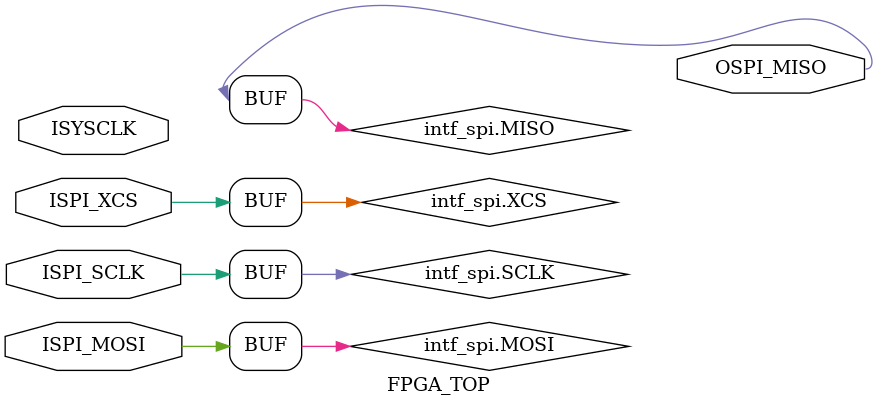
<source format=sv>
`include "USER_DEFINES.vh"

module FPGA_TOP (
   input wire  ISPI_SCLK,
   input wire  ISPI_XCS,
   input wire  ISPI_MOSI,
   output wire OSPI_MISO,
   input wire  ISYSCLK   
   );

   wire clkgen_locked;
   wire clk10, clk100, locked;
   wire rst10, rst100;

   wire [7:0] wraddr, rdaddr, rddata, wrdata;
   wire       we, re;

   intf_SPI intf_spi();
   assign intf_spi.SCLK = ISPI_SCLK;
   assign intf_spi.XCS  = ISPI_XCS;
   assign intf_spi.MOSI = ISPI_MOSI;
   assign intf_spi.MISO = OSPI_MISO;

   SLAVE_TOP slave_top 
     (
      .SPI_slave(intf_spi),
      .IRST(rst100),
      .ICLK(clk100)
      );

   MCU_wrapper mcu_wrapper (
      .OCLK100(clk100),      .ORST100(rst100),
      .OCLK10(clk10),
      .OLOCKED(locked),
      .ISYSRST(),
      .ISYSCLK(ISYSCLK)
   );

endmodule // FPGA_TOP


</source>
